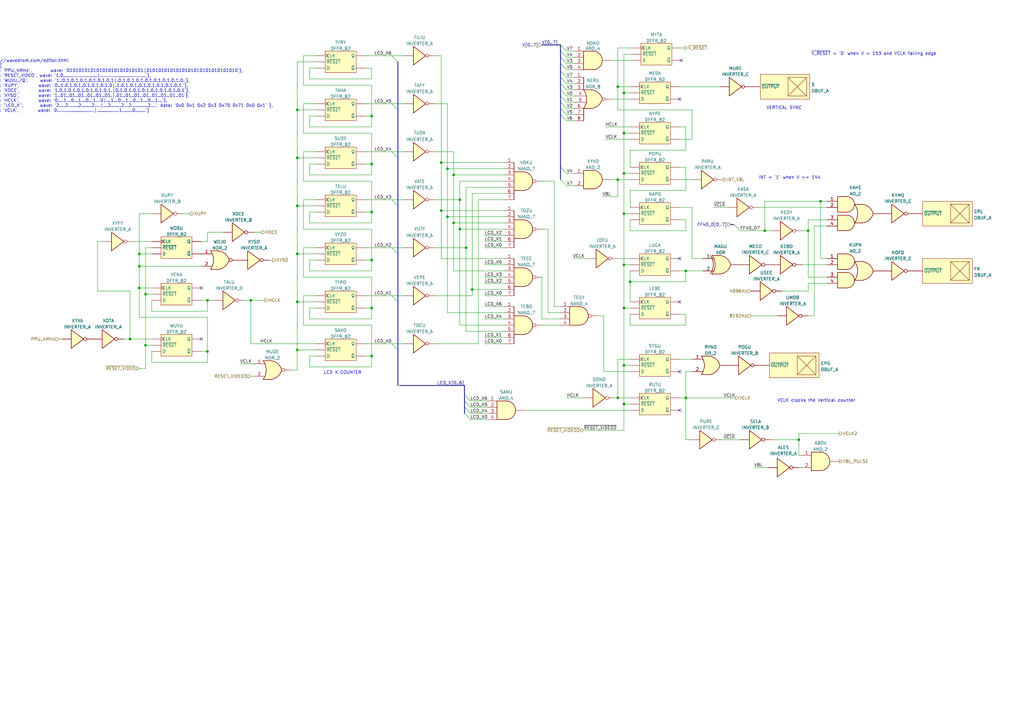
<source format=kicad_sch>
(kicad_sch (version 20211123) (generator eeschema)
  (paper "A3")
  (title_block (title "DMG CPU B") (date "2022-05-19") (rev "0") (company "CC-BY-SA-4.0 Régis Galland & Michael Singer -- Derived work from Furrtek") (comment 1 "https://github.com/msinger/dmg-schematics"))
  (lib_symbols
    (symbol "DMG_CPU_Cells:AND_2" (pin_names hide)
      (property "Reference" "U" (at 0 5.08 0))
      (property "Value" "AND_2" (at 0 -5.08 0))
      (symbol "AND_2_1_1"
        (pin input line (at -7.62 2.54 0) (length 3.81) (name "~") (number "1"))
        (pin input line (at -7.62 -2.54 0) (length 3.81) (name "~") (number "2"))
        (pin output line (at 7.62 0 180) (length 3.81) (name "~") (number "3"))
      )
    )
    (symbol "DMG_CPU_Cells:AND_4" (pin_names hide)
      (property "Reference" "U" (at 0 5.08 0))
      (property "Value" "AND_4" (at 0 -5.08 0))
      (symbol "AND_4_1_1"
        (pin input line (at -7.62 3.81 0) (length 3.81) (name "~") (number "1"))
        (pin input line (at -7.62 1.27 0) (length 3.81) (name "~") (number "2"))
        (pin input line (at -7.62 -1.27 0) (length 3.81) (name "~") (number "3"))
        (pin input line (at -7.62 -3.81 0) (length 3.81) (name "~") (number "4"))
        (pin output line (at 7.62 0 180) (length 3.81) (name "~") (number "5"))
      )
    )
    (symbol "DMG_CPU_Cells:AO_2" (pin_names hide)
      (property "Reference" "U" (at 0 8.255 0))
      (property "Value" "AO_2" (at 0 -8.255 0))
      (symbol "AO_2_1_1"
        (pin input line (at -11.43 5.08 0) (length 4.3) (name "~") (number "1"))
        (pin input line (at -11.43 2.54 0) (length 4.3) (name "~") (number "2"))
        (pin input line (at -11.43 -2.54 0) (length 4.3) (name "~") (number "3"))
        (pin input line (at -11.43 -5.08 0) (length 4.3) (name "~") (number "4"))
        (pin output line (at 11.43 0 180) (length 3.81) (name "~") (number "5"))
      )
    )
    (symbol "DMG_CPU_Cells:DFFR_B2" (pin_numbers hide)
      (property "Reference" "U" (at 0 5.715 0))
      (property "Value" "DFFR_B2" (at 0 -5.715 0))
      (symbol "DFFR_B2_1_1"
        (pin input clock (at -10.16 2.54 0) (length 3.81) (name "CLK") (number "1"))
        (pin input line (at -10.16 0 0) (length 3.81) (name "~{RESET}") (number "2"))
        (pin input line (at -10.16 -2.54 0) (length 3.81) (name "D") (number "3"))
        (pin input line (at -10.16 0 0) (length 3.81) hide (name "~{RESET}") (number "4"))
        (pin output line (at 10.16 -2.54 180) (length 3.81) (name "~{Q}") (number "5"))
        (pin output line (at 10.16 2.54 180) (length 3.81) (name "Q") (number "6"))
      )
    )
    (symbol "DMG_CPU_Cells:INVERTER_A" (pin_numbers hide) (pin_names hide)
      (property "Reference" "U?" (at 0 5.08 0))
      (property "Value" "INVERTER_A" (at 0 -5.08 0))
      (symbol "INVERTER_A_1_0"
        (pin input line (at -6.35 0 0) (length 3.81) (name "~") (number "1"))
        (pin output inverted (at 6.35 0 180) (length 3.81) (name "~") (number "2"))
      )
    )
    (symbol "DMG_CPU_Cells:INVERTER_B" (pin_numbers hide) (pin_names hide)
      (property "Reference" "U?" (at 0 5.08 0))
      (property "Value" "INVERTER_B" (at 0 -5.08 0))
      (symbol "INVERTER_B_1_0"
        (pin input line (at -6.35 0 0) (length 3.81) (name "~") (number "1"))
        (pin output inverted (at 6.35 0 180) (length 3.81) (name "~") (number "2"))
      )
    )
    (symbol "DMG_CPU_Cells:INVERTER_C" (pin_numbers hide) (pin_names hide)
      (property "Reference" "U?" (at 0 5.08 0))
      (property "Value" "INVERTER_C" (at 0 -5.08 0))
      (symbol "INVERTER_C_1_0"
        (pin input line (at -6.35 0 0) (length 3.81) (name "~") (number "1"))
        (pin output inverted (at 6.35 0 180) (length 3.81) (name "~") (number "2"))
      )
    )
    (symbol "DMG_CPU_Cells:INVERTER_D" (pin_numbers hide) (pin_names hide)
      (property "Reference" "U?" (at 0 5.08 0))
      (property "Value" "INVERTER_D" (at 0 -5.08 0))
      (symbol "INVERTER_D_1_0"
        (pin input line (at -6.35 0 0) (length 3.81) (name "~") (number "1"))
        (pin output inverted (at 6.35 0 180) (length 3.81) (name "~") (number "2"))
      )
    )
    (symbol "DMG_CPU_Cells:NAND_4" (pin_names hide)
      (property "Reference" "U" (at 0 5.08 0))
      (property "Value" "NAND_4" (at 0 -5.08 0))
      (symbol "NAND_4_1_1"
        (pin input line (at -7.62 3.81 0) (length 3.81) (name "~") (number "1"))
        (pin input line (at -7.62 1.27 0) (length 3.81) (name "~") (number "2"))
        (pin input line (at -7.62 -1.27 0) (length 3.81) (name "~") (number "3"))
        (pin input line (at -7.62 -3.81 0) (length 3.81) (name "~") (number "4"))
        (pin output inverted (at 7.62 0 180) (length 3.81) (name "~") (number "5"))
      )
    )
    (symbol "DMG_CPU_Cells:NAND_7" (pin_names hide)
      (property "Reference" "U" (at 0 8.89 0))
      (property "Value" "NAND_7" (at 0 -8.89 0))
      (symbol "NAND_7_1_1"
        (pin input line (at -7.62 7.62 0) (length 3.81) (name "~") (number "1"))
        (pin input line (at -7.62 5.08 0) (length 3.81) (name "~") (number "2"))
        (pin input line (at -7.62 2.54 0) (length 3.81) (name "~") (number "3"))
        (pin input line (at -7.62 0 0) (length 3.81) (name "~") (number "4"))
        (pin input line (at -7.62 -2.54 0) (length 3.81) (name "~") (number "5"))
        (pin input line (at -7.62 -5.08 0) (length 3.81) (name "~") (number "6"))
        (pin input line (at -7.62 -7.62 0) (length 3.81) (name "~") (number "7"))
        (pin output inverted (at 7.62 0 180) (length 3.81) (name "~") (number "8"))
      )
    )
    (symbol "DMG_CPU_Cells:NOR_2" (pin_names hide)
      (property "Reference" "U" (at 0 5.08 0))
      (property "Value" "NOR_2" (at 0 -5.08 0))
      (symbol "NOR_2_1_1"
        (pin input line (at -7.62 2.54 0) (length 4.4) (name "~") (number "1"))
        (pin input line (at -7.62 -2.54 0) (length 4.4) (name "~") (number "2"))
        (pin output inverted (at 7.62 0 180) (length 3.81) (name "~") (number "3"))
      )
    )
    (symbol "DMG_CPU_Cells:NOR_8" (pin_names hide)
      (property "Reference" "U" (at 0 10.16 0))
      (property "Value" "NOR_8" (at 0 -10.16 0))
      (symbol "NOR_8_1_1"
        (pin input line (at -7.62 8.89 0) (length 3.81) (name "~") (number "1"))
        (pin input line (at -7.62 6.35 0) (length 3.81) (name "~") (number "2"))
        (pin input line (at -7.62 3.81 0) (length 3.81) (name "~") (number "3"))
        (pin input line (at -7.62 1.27 0) (length 4.8) (name "~") (number "4"))
        (pin input line (at -7.62 -1.27 0) (length 4.8) (name "~") (number "5"))
        (pin input line (at -7.62 -3.81 0) (length 3.81) (name "~") (number "6"))
        (pin input line (at -7.62 -6.35 0) (length 3.81) (name "~") (number "7"))
        (pin input line (at -7.62 -8.89 0) (length 3.81) (name "~") (number "8"))
        (pin output inverted (at 7.62 0 180) (length 3.81) (name "~") (number "9"))
      )
    )
    (symbol "DMG_CPU_Cells:OBUF_A" (pin_numbers hide)
      (property "Reference" "U" (at 0 6.35 0))
      (property "Value" "OBUF_A" (at 0 -6.35 0))
      (symbol "OBUF_A_1_1"
        (pin input line (at 13.97 0 180) (length 3.81) (name "~{OUTPUT}") (number "1"))
      )
    )
    (symbol "DMG_CPU_Cells:OR_2" (pin_names hide)
      (property "Reference" "U" (at 0 5.08 0))
      (property "Value" "OR_2" (at 0 -5.08 0))
      (symbol "OR_2_1_1"
        (pin input line (at -7.62 2.54 0) (length 4.4) (name "~") (number "1"))
        (pin input line (at -7.62 -2.54 0) (length 4.4) (name "~") (number "2"))
        (pin output line (at 7.62 0 180) (length 3.81) (name "~") (number "3"))
      )
    )
    (symbol "DMG_CPU_Cells:XOR" (pin_numbers hide) (pin_names (offset 0))
      (property "Reference" "U" (at 0 5.08 0))
      (property "Value" "XOR" (at 0 -5.08 0))
      (symbol "XOR_1_1"
        (pin output line (at 7.62 0 180) (length 3.81) (name "~") (number "1"))
        (pin input line (at -7.62 2.54 0) (length 4.4) (name "1") (number "2"))
        (pin input line (at -7.62 -2.54 0) (length 4.4) (name "2") (number "3"))
      )
    )
  )
  (junction (at 255.905 149.86))
  (junction (at 188.595 81.915))
  (junction (at 336.55 82.55))
  (junction (at 59.69 120.65))
  (junction (at 180.975 86.36))
  (junction (at 102.87 123.19))
  (junction (at 258.445 115.57))
  (junction (at 186.055 71.755))
  (junction (at 152.4 126.365))
  (junction (at 255.905 54.61))
  (junction (at 121.92 143.51))
  (junction (at 331.47 94.615))
  (junction (at 253.365 73.66))
  (junction (at 255.905 38.1))
  (junction (at 188.595 93.98))
  (junction (at 255.905 165.735))
  (junction (at 255.905 71.12))
  (junction (at 85.09 144.145))
  (junction (at 191.135 101.6))
  (junction (at 121.92 45.085))
  (junction (at 152.4 67.31))
  (junction (at 253.365 163.195))
  (junction (at 313.69 94.615))
  (junction (at 255.905 126.365))
  (junction (at 193.675 118.745))
  (junction (at 57.15 104.14))
  (junction (at 121.92 84.455))
  (junction (at 121.92 104.14))
  (junction (at 57.15 118.11))
  (junction (at 85.09 123.19))
  (junction (at 121.92 64.77))
  (junction (at 152.4 47.625))
  (junction (at 152.4 86.995))
  (junction (at 253.365 35.56))
  (junction (at 186.055 91.44))
  (junction (at 183.515 69.215))
  (junction (at 57.15 109.22))
  (junction (at 53.34 139.065))
  (junction (at 152.4 106.68))
  (junction (at 180.975 66.675))
  (junction (at 327.66 180.34))
  (junction (at 121.92 123.825))
  (junction (at 183.515 88.9))
  (junction (at 255.905 108.585))
  (junction (at 255.905 87.63))
  (junction (at 59.69 141.605))
  (junction (at 281.305 163.195))
  (junction (at 281.305 111.125))
  (junction (at 152.4 146.05))
  (no_connect (at 278.765 152.4))
  (no_connect (at 82.55 139.065))
  (no_connect (at 279.4 24.765))
  (no_connect (at 278.765 106.045))
  (no_connect (at 278.765 123.825))
  (no_connect (at 278.765 40.64))
  (no_connect (at 82.55 118.11))
  (no_connect (at 278.765 168.275))
  (bus_entry (at 160.655 81.915) (size 2.54 2.54))
  (bus_entry (at 229.87 44.45) (size 2.54 2.54))
  (bus_entry (at 229.87 41.91) (size 2.54 2.54))
  (bus_entry (at 229.87 18.415) (size 2.54 2.54))
  (bus_entry (at 229.87 20.955) (size 2.54 2.54))
  (bus_entry (at 229.87 23.495) (size 2.54 2.54))
  (bus_entry (at 229.87 26.035) (size 2.54 2.54))
  (bus_entry (at 229.87 29.21) (size 2.54 2.54))
  (bus_entry (at 229.87 31.75) (size 2.54 2.54))
  (bus_entry (at 229.87 34.29) (size 2.54 2.54))
  (bus_entry (at 229.87 36.83) (size 2.54 2.54))
  (bus_entry (at 229.87 39.37) (size 2.54 2.54))
  (bus_entry (at 229.87 73.66) (size 2.54 2.54))
  (bus_entry (at 160.655 140.97) (size 2.54 2.54))
  (bus_entry (at 160.655 101.6) (size 2.54 2.54))
  (bus_entry (at 190.5 169.545) (size 2.54 2.54))
  (bus_entry (at 190.5 164.465) (size 2.54 2.54))
  (bus_entry (at 190.5 161.925) (size 2.54 2.54))
  (bus_entry (at 190.5 167.005) (size 2.54 2.54))
  (bus_entry (at 160.655 121.285) (size 2.54 2.54))
  (bus_entry (at 300.99 92.075) (size 2.54 2.54))
  (bus_entry (at 160.655 22.86) (size 2.54 2.54))
  (bus_entry (at 229.87 68.58) (size 2.54 2.54))
  (bus_entry (at 160.655 62.23) (size 2.54 2.54))
  (bus_entry (at 160.655 42.545) (size 2.54 2.54))
  (bus_entry (at 229.87 46.99) (size 2.54 2.54))
  (wire (pts (xy 191.135 135.89) (xy 191.135 101.6)))
  (wire (pts (xy 124.46 121.285) (xy 129.54 121.285)))
  (wire (pts (xy 247.65 152.4) (xy 247.65 129.54)))
  (wire (pts (xy 198.755 101.6) (xy 207.01 101.6)))
  (wire (pts (xy 129.54 27.94) (xy 127 27.94)))
  (wire (pts (xy 129.54 81.915) (xy 124.46 81.915)))
  (wire (pts (xy 124.46 22.86) (xy 129.54 22.86)))
  (wire (pts (xy 121.92 151.765) (xy 119.38 151.765)))
  (wire (pts (xy 253.365 19.685) (xy 259.08 19.685)))
  (wire (pts (xy 180.975 106.045) (xy 207.01 106.045)))
  (bus (pts (xy 163.195 143.51) (xy 163.195 158.115)))
  (wire (pts (xy 57.15 130.175) (xy 85.09 130.175)))
  (wire (pts (xy 313.69 94.615) (xy 316.23 94.615)))
  (bus (pts (xy 229.87 44.45) (xy 229.87 46.99)))
  (wire (pts (xy 207.01 69.215) (xy 183.515 69.215)))
  (wire (pts (xy 232.41 23.495) (xy 235.585 23.495)))
  (wire (pts (xy 152.4 133.35) (xy 152.4 146.05)))
  (wire (pts (xy 62.23 148.59) (xy 85.09 148.59)))
  (wire (pts (xy 247.015 80.645) (xy 253.365 80.645)))
  (wire (pts (xy 198.755 113.665) (xy 207.01 113.665)))
  (wire (pts (xy 232.41 34.29) (xy 235.585 34.29)))
  (wire (pts (xy 149.86 62.23) (xy 160.655 62.23)))
  (wire (pts (xy 258.445 111.125) (xy 258.445 115.57)))
  (wire (pts (xy 193.04 167.005) (xy 200.025 167.005)))
  (wire (pts (xy 124.46 113.665) (xy 152.4 113.665)))
  (wire (pts (xy 152.4 93.98) (xy 152.4 106.68)))
  (wire (pts (xy 258.445 94.615) (xy 258.445 90.17)))
  (wire (pts (xy 198.755 138.43) (xy 207.01 138.43)))
  (wire (pts (xy 129.54 146.05) (xy 127 146.05)))
  (wire (pts (xy 62.23 123.19) (xy 62.23 127.635)))
  (wire (pts (xy 62.23 104.14) (xy 57.15 104.14)))
  (wire (pts (xy 316.23 180.34) (xy 327.66 180.34)))
  (wire (pts (xy 160.655 42.545) (xy 165.735 42.545)))
  (wire (pts (xy 57.15 104.14) (xy 57.15 109.22)))
  (wire (pts (xy 283.21 180.34) (xy 281.305 180.34)))
  (wire (pts (xy 40.005 119.38) (xy 40.005 99.06)))
  (wire (pts (xy 160.655 22.86) (xy 165.735 22.86)))
  (wire (pts (xy 232.41 49.53) (xy 235.585 49.53)))
  (wire (pts (xy 278.765 163.195) (xy 281.305 163.195)))
  (wire (pts (xy 188.595 93.98) (xy 207.01 93.98)))
  (wire (pts (xy 127 106.68) (xy 127 111.125)))
  (wire (pts (xy 198.755 125.73) (xy 207.01 125.73)))
  (wire (pts (xy 191.135 76.835) (xy 191.135 101.6)))
  (wire (pts (xy 258.445 87.63) (xy 255.905 87.63)))
  (wire (pts (xy 183.515 42.545) (xy 183.515 69.215)))
  (wire (pts (xy 250.825 24.765) (xy 259.08 24.765)))
  (wire (pts (xy 232.41 31.75) (xy 235.585 31.75)))
  (bus (pts (xy 229.87 39.37) (xy 229.87 41.91)))
  (wire (pts (xy 127 111.125) (xy 152.4 111.125)))
  (wire (pts (xy 178.435 62.23) (xy 186.055 62.23)))
  (wire (pts (xy 59.69 101.6) (xy 62.23 101.6)))
  (wire (pts (xy 255.905 165.735) (xy 255.905 176.53)))
  (bus (pts (xy 300.99 92.075) (xy 299.72 92.075)))
  (wire (pts (xy 102.87 154.305) (xy 104.14 154.305)))
  (wire (pts (xy 253.365 19.685) (xy 253.365 35.56)))
  (wire (pts (xy 258.445 128.905) (xy 258.445 133.35)))
  (bus (pts (xy 229.87 26.035) (xy 229.87 29.21)))
  (wire (pts (xy 186.055 71.755) (xy 186.055 91.44)))
  (wire (pts (xy 180.975 66.675) (xy 207.01 66.675)))
  (wire (pts (xy 331.47 119.38) (xy 320.675 119.38)))
  (wire (pts (xy 124.46 62.23) (xy 129.54 62.23)))
  (wire (pts (xy 278.765 73.66) (xy 283.845 73.66)))
  (wire (pts (xy 85.09 148.59) (xy 85.09 144.145)))
  (wire (pts (xy 255.905 126.365) (xy 255.905 108.585)))
  (wire (pts (xy 255.905 38.1) (xy 255.905 54.61)))
  (wire (pts (xy 255.905 165.735) (xy 255.905 149.86)))
  (wire (pts (xy 85.09 95.25) (xy 85.09 99.06)))
  (wire (pts (xy 127 146.05) (xy 127 150.495)))
  (wire (pts (xy 129.54 47.625) (xy 127 47.625)))
  (wire (pts (xy 336.55 82.55) (xy 336.55 106.045)))
  (wire (pts (xy 191.135 135.89) (xy 207.01 135.89)))
  (wire (pts (xy 127 126.365) (xy 127 130.81)))
  (wire (pts (xy 129.54 67.31) (xy 127 67.31)))
  (wire (pts (xy 327.66 186.69) (xy 328.93 186.69)))
  (wire (pts (xy 121.92 64.77) (xy 129.54 64.77)))
  (wire (pts (xy 309.245 191.77) (xy 314.96 191.77)))
  (wire (pts (xy 127 47.625) (xy 127 52.07)))
  (wire (pts (xy 110.49 106.68) (xy 111.76 106.68)))
  (wire (pts (xy 152.4 126.365) (xy 149.86 126.365)))
  (wire (pts (xy 53.34 139.065) (xy 53.34 119.38)))
  (wire (pts (xy 152.4 34.925) (xy 152.4 47.625)))
  (wire (pts (xy 124.46 62.23) (xy 124.46 74.295)))
  (wire (pts (xy 255.905 87.63) (xy 255.905 108.585)))
  (wire (pts (xy 127 130.81) (xy 152.4 130.81)))
  (wire (pts (xy 232.41 28.575) (xy 235.585 28.575)))
  (wire (pts (xy 160.655 121.285) (xy 165.735 121.285)))
  (wire (pts (xy 124.46 133.35) (xy 152.4 133.35)))
  (wire (pts (xy 193.675 79.375) (xy 193.675 118.745)))
  (wire (pts (xy 91.44 95.25) (xy 85.09 95.25)))
  (wire (pts (xy 334.01 129.54) (xy 331.47 129.54)))
  (wire (pts (xy 283.845 152.4) (xy 281.305 152.4)))
  (wire (pts (xy 222.25 93.98) (xy 224.79 93.98)))
  (wire (pts (xy 191.135 76.835) (xy 207.01 76.835)))
  (wire (pts (xy 85.09 127.635) (xy 85.09 123.19)))
  (wire (pts (xy 62.23 127.635) (xy 85.09 127.635)))
  (wire (pts (xy 178.435 101.6) (xy 191.135 101.6)))
  (bus (pts (xy 229.87 29.21) (xy 229.87 31.75)))
  (wire (pts (xy 193.04 169.545) (xy 200.025 169.545)))
  (wire (pts (xy 258.445 61.595) (xy 281.305 61.595)))
  (wire (pts (xy 303.53 94.615) (xy 313.69 94.615)))
  (wire (pts (xy 281.305 152.4) (xy 281.305 163.195)))
  (wire (pts (xy 124.46 42.545) (xy 124.46 54.61)))
  (wire (pts (xy 180.975 86.36) (xy 207.01 86.36)))
  (wire (pts (xy 278.765 35.56) (xy 295.275 35.56)))
  (wire (pts (xy 121.92 104.14) (xy 129.54 104.14)))
  (wire (pts (xy 57.15 109.22) (xy 57.15 118.11)))
  (wire (pts (xy 124.46 81.915) (xy 124.46 93.98)))
  (wire (pts (xy 331.47 94.615) (xy 328.93 94.615)))
  (wire (pts (xy 339.09 82.55) (xy 336.55 82.55)))
  (wire (pts (xy 207.01 133.35) (xy 188.595 133.35)))
  (wire (pts (xy 149.86 140.97) (xy 160.655 140.97)))
  (wire (pts (xy 57.15 87.63) (xy 62.23 87.63)))
  (wire (pts (xy 198.755 140.97) (xy 207.01 140.97)))
  (bus (pts (xy 229.87 41.91) (xy 229.87 44.45)))
  (wire (pts (xy 222.25 130.81) (xy 229.87 130.81)))
  (wire (pts (xy 127 126.365) (xy 129.54 126.365)))
  (wire (pts (xy 127 150.495) (xy 152.4 150.495)))
  (wire (pts (xy 255.905 108.585) (xy 258.445 108.585)))
  (wire (pts (xy 152.4 91.44) (xy 152.4 86.995)))
  (wire (pts (xy 152.4 71.755) (xy 152.4 67.31)))
  (wire (pts (xy 59.69 120.65) (xy 59.69 141.605)))
  (wire (pts (xy 102.87 123.19) (xy 108.585 123.19)))
  (wire (pts (xy 227.33 74.295) (xy 222.25 74.295)))
  (wire (pts (xy 85.09 123.19) (xy 82.55 123.19)))
  (bus (pts (xy 163.195 64.77) (xy 163.195 45.085)))
  (wire (pts (xy 281.305 180.34) (xy 281.305 163.195)))
  (wire (pts (xy 253.365 35.56) (xy 258.445 35.56)))
  (wire (pts (xy 331.47 116.205) (xy 331.47 119.38)))
  (wire (pts (xy 121.92 104.14) (xy 121.92 123.825)))
  (wire (pts (xy 232.41 36.83) (xy 235.585 36.83)))
  (wire (pts (xy 57.15 104.14) (xy 57.15 87.63)))
  (wire (pts (xy 180.975 22.86) (xy 180.975 66.675)))
  (wire (pts (xy 82.55 109.22) (xy 57.15 109.22)))
  (wire (pts (xy 279.4 19.685) (xy 280.67 19.685)))
  (wire (pts (xy 127 86.995) (xy 127 91.44)))
  (wire (pts (xy 149.86 101.6) (xy 160.655 101.6)))
  (wire (pts (xy 124.46 74.295) (xy 152.4 74.295)))
  (wire (pts (xy 127 91.44) (xy 152.4 91.44)))
  (wire (pts (xy 253.365 73.66) (xy 253.365 80.645)))
  (wire (pts (xy 313.69 94.615) (xy 313.69 82.55)))
  (bus (pts (xy 229.87 31.75) (xy 229.87 34.29)))
  (wire (pts (xy 281.305 52.07) (xy 278.765 52.07)))
  (wire (pts (xy 250.825 73.66) (xy 253.365 73.66)))
  (wire (pts (xy 339.09 92.71) (xy 334.01 92.71)))
  (wire (pts (xy 152.4 111.125) (xy 152.4 106.68)))
  (wire (pts (xy 258.445 40.64) (xy 250.825 40.64)))
  (wire (pts (xy 127 106.68) (xy 129.54 106.68)))
  (wire (pts (xy 193.04 172.085) (xy 200.025 172.085)))
  (wire (pts (xy 258.445 133.35) (xy 281.305 133.35)))
  (wire (pts (xy 255.905 71.12) (xy 255.905 87.63)))
  (wire (pts (xy 121.92 25.4) (xy 121.92 45.085)))
  (wire (pts (xy 124.46 22.86) (xy 124.46 34.925)))
  (wire (pts (xy 252.095 163.195) (xy 253.365 163.195)))
  (wire (pts (xy 327.66 177.8) (xy 344.17 177.8)))
  (wire (pts (xy 188.595 74.295) (xy 188.595 81.915)))
  (bus (pts (xy 190.5 161.925) (xy 190.5 158.115)))
  (wire (pts (xy 100.33 123.19) (xy 102.87 123.19)))
  (wire (pts (xy 50.8 139.065) (xy 53.34 139.065)))
  (wire (pts (xy 186.055 71.755) (xy 207.01 71.755)))
  (wire (pts (xy 253.365 106.045) (xy 258.445 106.045)))
  (wire (pts (xy 258.445 115.57) (xy 281.305 115.57)))
  (wire (pts (xy 183.515 88.9) (xy 207.01 88.9)))
  (wire (pts (xy 198.755 99.06) (xy 207.01 99.06)))
  (wire (pts (xy 278.765 147.32) (xy 283.845 147.32)))
  (wire (pts (xy 152.4 54.61) (xy 152.4 67.31)))
  (wire (pts (xy 234.95 106.045) (xy 240.665 106.045)))
  (wire (pts (xy 232.41 20.955) (xy 235.585 20.955)))
  (wire (pts (xy 121.92 123.825) (xy 121.92 143.51)))
  (wire (pts (xy 232.41 44.45) (xy 235.585 44.45)))
  (wire (pts (xy 331.47 113.665) (xy 331.47 94.615)))
  (wire (pts (xy 152.4 150.495) (xy 152.4 146.05)))
  (wire (pts (xy 121.92 25.4) (xy 129.54 25.4)))
  (wire (pts (xy 258.445 85.09) (xy 258.445 78.105)))
  (wire (pts (xy 278.765 90.17) (xy 281.305 90.17)))
  (wire (pts (xy 178.435 22.86) (xy 180.975 22.86)))
  (wire (pts (xy 198.755 116.205) (xy 207.01 116.205)))
  (wire (pts (xy 232.41 41.91) (xy 235.585 41.91)))
  (wire (pts (xy 339.09 90.17) (xy 331.47 90.17)))
  (wire (pts (xy 255.905 176.53) (xy 239.395 176.53)))
  (wire (pts (xy 328.93 108.585) (xy 339.09 108.585)))
  (wire (pts (xy 57.15 118.11) (xy 57.15 130.175)))
  (wire (pts (xy 85.09 130.175) (xy 85.09 144.145)))
  (wire (pts (xy 327.66 177.8) (xy 327.66 180.34)))
  (bus (pts (xy 190.5 167.005) (xy 190.5 169.545)))
  (wire (pts (xy 180.975 66.675) (xy 180.975 86.36)))
  (wire (pts (xy 160.655 62.23) (xy 165.735 62.23)))
  (wire (pts (xy 186.055 62.23) (xy 186.055 71.755)))
  (wire (pts (xy 152.4 74.295) (xy 152.4 86.995)))
  (wire (pts (xy 248.285 57.15) (xy 258.445 57.15)))
  (bus (pts (xy 163.195 143.51) (xy 163.195 123.825)))
  (wire (pts (xy 127 27.94) (xy 127 32.385)))
  (bus (pts (xy 229.87 34.29) (xy 229.87 36.83)))
  (wire (pts (xy 281.305 68.58) (xy 281.305 78.105)))
  (wire (pts (xy 127 71.755) (xy 152.4 71.755)))
  (wire (pts (xy 121.92 64.77) (xy 121.92 84.455)))
  (wire (pts (xy 102.87 140.97) (xy 129.54 140.97)))
  (wire (pts (xy 198.755 108.585) (xy 207.01 108.585)))
  (wire (pts (xy 149.86 42.545) (xy 160.655 42.545)))
  (wire (pts (xy 253.365 163.195) (xy 258.445 163.195)))
  (wire (pts (xy 334.01 129.54) (xy 334.01 92.71)))
  (wire (pts (xy 152.4 67.31) (xy 149.86 67.31)))
  (wire (pts (xy 129.54 86.995) (xy 127 86.995)))
  (wire (pts (xy 124.46 54.61) (xy 152.4 54.61)))
  (wire (pts (xy 40.005 99.06) (xy 41.91 99.06)))
  (wire (pts (xy 222.25 130.81) (xy 222.25 113.665)))
  (wire (pts (xy 253.365 45.085) (xy 283.845 45.085)))
  (wire (pts (xy 127 67.31) (xy 127 71.755)))
  (wire (pts (xy 207.01 118.745) (xy 193.675 118.745)))
  (wire (pts (xy 178.435 81.915) (xy 188.595 81.915)))
  (wire (pts (xy 124.46 42.545) (xy 129.54 42.545)))
  (wire (pts (xy 85.09 123.19) (xy 87.63 123.19)))
  (wire (pts (xy 207.01 74.295) (xy 188.595 74.295)))
  (bus (pts (xy 229.87 46.99) (xy 229.87 68.58)))
  (bus (pts (xy 163.195 84.455) (xy 163.195 64.77)))
  (bus (pts (xy 190.5 158.115) (xy 163.83 158.115)))
  (wire (pts (xy 121.92 143.51) (xy 121.92 151.765)))
  (wire (pts (xy 207.01 79.375) (xy 193.675 79.375)))
  (wire (pts (xy 258.445 147.32) (xy 253.365 147.32)))
  (wire (pts (xy 283.845 45.085) (xy 283.845 57.15)))
  (wire (pts (xy 281.305 115.57) (xy 281.305 111.125)))
  (wire (pts (xy 224.79 128.27) (xy 229.87 128.27)))
  (wire (pts (xy 281.305 111.125) (xy 278.765 111.125)))
  (wire (pts (xy 298.45 85.09) (xy 292.735 85.09)))
  (wire (pts (xy 339.09 106.045) (xy 336.55 106.045)))
  (wire (pts (xy 232.41 26.035) (xy 235.585 26.035)))
  (wire (pts (xy 327.66 180.34) (xy 327.66 186.69)))
  (wire (pts (xy 232.41 163.195) (xy 239.395 163.195)))
  (wire (pts (xy 281.305 68.58) (xy 278.765 68.58)))
  (wire (pts (xy 258.445 78.105) (xy 281.305 78.105)))
  (wire (pts (xy 152.4 106.68) (xy 149.86 106.68)))
  (wire (pts (xy 160.655 81.915) (xy 165.735 81.915)))
  (wire (pts (xy 53.34 119.38) (xy 40.005 119.38)))
  (wire (pts (xy 278.765 57.15) (xy 283.845 57.15)))
  (wire (pts (xy 281.305 133.35) (xy 281.305 128.905)))
  (wire (pts (xy 121.92 123.825) (xy 129.54 123.825)))
  (wire (pts (xy 121.92 143.51) (xy 129.54 143.51)))
  (wire (pts (xy 152.4 52.07) (xy 152.4 47.625)))
  (wire (pts (xy 248.285 52.07) (xy 258.445 52.07)))
  (wire (pts (xy 196.215 81.915) (xy 196.215 140.97)))
  (wire (pts (xy 124.46 101.6) (xy 129.54 101.6)))
  (wire (pts (xy 85.09 99.06) (xy 82.55 99.06)))
  (bus (pts (xy 190.5 161.925) (xy 190.5 164.465)))
  (wire (pts (xy 121.92 84.455) (xy 121.92 104.14)))
  (bus (pts (xy 222.25 18.415) (xy 229.87 18.415)))
  (wire (pts (xy 281.305 111.125) (xy 288.29 111.125)))
  (wire (pts (xy 178.435 140.97) (xy 196.215 140.97)))
  (wire (pts (xy 255.905 126.365) (xy 255.905 149.86)))
  (wire (pts (xy 149.86 121.285) (xy 160.655 121.285)))
  (wire (pts (xy 295.91 180.34) (xy 303.53 180.34)))
  (wire (pts (xy 54.61 99.06) (xy 62.23 99.06)))
  (wire (pts (xy 124.46 93.98) (xy 152.4 93.98)))
  (wire (pts (xy 253.365 73.66) (xy 258.445 73.66)))
  (wire (pts (xy 255.905 38.1) (xy 258.445 38.1)))
  (wire (pts (xy 339.09 116.205) (xy 331.47 116.205)))
  (bus (pts (xy 163.195 45.085) (xy 163.195 25.4)))
  (wire (pts (xy 258.445 115.57) (xy 258.445 123.825)))
  (wire (pts (xy 127 52.07) (xy 152.4 52.07)))
  (bus (pts (xy 190.5 164.465) (xy 190.5 167.005)))
  (wire (pts (xy 127 32.385) (xy 152.4 32.385)))
  (wire (pts (xy 278.765 85.09) (xy 283.845 85.09)))
  (bus (pts (xy 229.87 18.415) (xy 229.87 20.955)))
  (wire (pts (xy 102.87 123.19) (xy 102.87 140.97)))
  (bus (pts (xy 229.87 20.955) (xy 229.87 23.495)))
  (wire (pts (xy 186.055 91.44) (xy 186.055 111.125)))
  (wire (pts (xy 149.86 81.915) (xy 160.655 81.915)))
  (wire (pts (xy 198.755 130.81) (xy 207.01 130.81)))
  (wire (pts (xy 180.975 86.36) (xy 180.975 106.045)))
  (wire (pts (xy 59.69 141.605) (xy 62.23 141.605)))
  (wire (pts (xy 196.215 81.915) (xy 207.01 81.915)))
  (wire (pts (xy 124.46 34.925) (xy 152.4 34.925)))
  (wire (pts (xy 193.675 118.745) (xy 193.675 121.285)))
  (wire (pts (xy 281.305 163.195) (xy 301.625 163.195)))
  (wire (pts (xy 62.23 120.65) (xy 59.69 120.65)))
  (wire (pts (xy 258.445 71.12) (xy 255.905 71.12)))
  (wire (pts (xy 178.435 42.545) (xy 183.515 42.545)))
  (wire (pts (xy 152.4 146.05) (xy 149.86 146.05)))
  (wire (pts (xy 160.655 140.97) (xy 165.735 140.97)))
  (wire (pts (xy 339.09 113.665) (xy 331.47 113.665)))
  (wire (pts (xy 247.65 129.54) (xy 245.11 129.54)))
  (bus (pts (xy 229.87 68.58) (xy 229.87 73.66)))
  (wire (pts (xy 104.14 95.25) (xy 107.315 95.25)))
  (wire (pts (xy 188.595 81.915) (xy 188.595 93.98)))
  (wire (pts (xy 258.445 68.58) (xy 258.445 61.595)))
  (wire (pts (xy 152.4 47.625) (xy 149.86 47.625)))
  (wire (pts (xy 331.47 94.615) (xy 331.47 90.17)))
  (wire (pts (xy 152.4 130.81) (xy 152.4 126.365)))
  (wire (pts (xy 283.845 85.09) (xy 283.845 106.045)))
  (wire (pts (xy 318.77 129.54) (xy 307.975 129.54)))
  (wire (pts (xy 160.655 101.6) (xy 165.735 101.6)))
  (bus (pts (xy 163.195 104.14) (xy 163.195 84.455)))
  (wire (pts (xy 232.41 39.37) (xy 235.585 39.37)))
  (wire (pts (xy 253.365 147.32) (xy 253.365 163.195)))
  (bus (pts (xy 229.87 39.37) (xy 229.87 36.83)))
  (wire (pts (xy 59.69 120.65) (xy 59.69 101.6)))
  (wire (pts (xy 62.23 144.145) (xy 62.23 148.59)))
  (wire (pts (xy 232.41 76.2) (xy 235.585 76.2)))
  (wire (pts (xy 57.15 118.11) (xy 62.23 118.11)))
  (wire (pts (xy 198.755 121.285) (xy 207.01 121.285)))
  (wire (pts (xy 152.4 27.94) (xy 149.86 27.94)))
  (wire (pts (xy 186.055 91.44) (xy 207.01 91.44)))
  (wire (pts (xy 121.92 84.455) (xy 129.54 84.455)))
  (wire (pts (xy 124.46 101.6) (xy 124.46 113.665)))
  (wire (pts (xy 183.515 88.9) (xy 183.515 128.27)))
  (wire (pts (xy 229.87 125.73) (xy 227.33 125.73)))
  (wire (pts (xy 215.265 168.275) (xy 258.445 168.275)))
  (wire (pts (xy 193.04 164.465) (xy 200.025 164.465)))
  (wire (pts (xy 255.905 126.365) (xy 258.445 126.365)))
  (wire (pts (xy 121.92 45.085) (xy 121.92 64.77)))
  (wire (pts (xy 152.4 32.385) (xy 152.4 27.94)))
  (wire (pts (xy 152.4 86.995) (xy 149.86 86.995)))
  (wire (pts (xy 327.66 191.77) (xy 328.93 191.77)))
  (wire (pts (xy 53.34 139.065) (xy 62.23 139.065)))
  (wire (pts (xy 222.25 133.35) (xy 229.87 133.35)))
  (wire (pts (xy 149.86 22.86) (xy 160.655 22.86)))
  (wire (pts (xy 152.4 113.665) (xy 152.4 126.365)))
  (wire (pts (xy 57.15 151.13) (xy 59.69 151.13)))
  (wire (pts (xy 255.905 165.735) (xy 258.445 165.735)))
  (wire (pts (xy 255.905 22.225) (xy 255.905 38.1)))
  (wire (pts (xy 255.905 54.61) (xy 255.905 71.12)))
  (wire (pts (xy 311.15 85.09) (xy 339.09 85.09)))
  (bus (pts (xy 229.87 23.495) (xy 229.87 26.035)))
  (wire (pts (xy 255.905 149.86) (xy 258.445 149.86)))
  (wire (pts (xy 232.41 71.12) (xy 235.585 71.12)))
  (wire (pts (xy 188.595 93.98) (xy 188.595 133.35)))
  (wire (pts (xy 59.69 141.605) (xy 59.69 151.13)))
  (wire (pts (xy 82.55 144.145) (xy 85.09 144.145)))
  (wire (pts (xy 178.435 121.285) (xy 193.675 121.285)))
  (wire (pts (xy 247.65 152.4) (xy 258.445 152.4)))
  (wire (pts (xy 183.515 69.215) (xy 183.515 88.9)))
  (wire (pts (xy 227.33 125.73) (xy 227.33 74.295)))
  (wire (pts (xy 198.755 96.52) (xy 207.01 96.52)))
  (wire (pts (xy 281.305 128.905) (xy 278.765 128.905)))
  (wire (pts (xy 124.46 121.285) (xy 124.46 133.35)))
  (wire (pts (xy 183.515 128.27) (xy 207.01 128.27)))
  (wire (pts (xy 121.92 45.085) (xy 129.54 45.085)))
  (wire (pts (xy 281.305 94.615) (xy 258.445 94.615)))
  (wire (pts (xy 255.905 54.61) (xy 258.445 54.61)))
  (wire (pts (xy 224.79 93.98) (xy 224.79 128.27)))
  (wire (pts (xy 253.365 35.56) (xy 253.365 45.085)))
  (wire (pts (xy 281.305 61.595) (xy 281.305 52.07)))
  (wire (pts (xy 98.425 149.225) (xy 104.14 149.225)))
  (wire (pts (xy 186.055 111.125) (xy 207.01 111.125)))
  (wire (pts (xy 281.305 90.17) (xy 281.305 94.615)))
  (wire (pts (xy 24.13 139.065) (xy 25.4 139.065)))
  (wire (pts (xy 283.845 106.045) (xy 288.29 106.045)))
  (wire (pts (xy 255.905 22.225) (xy 259.08 22.225)))
  (wire (pts (xy 74.93 87.63) (xy 78.105 87.63)))
  (wire (pts (xy 336.55 82.55) (xy 313.69 82.55)))
  (wire (pts (xy 232.41 46.99) (xy 235.585 46.99)))
  (bus (pts (xy 163.195 123.825) (xy 163.195 104.14)))
  (text "~{V_RESET} = '0' when V = 153 and VCLK falling edge" (at 332.74 22.86 0) (effects (font (size 1.27 1.27)) (justify left bottom)))
  (text "VCLK clocks the Vertical counter" (at 318.77 165.1 0) (effects (font (size 1.27 1.27)) (justify left bottom)))
  (text "INT = '1' when V >= 144" (at 311.15 73.66 0) (effects (font (size 1.27 1.27)) (justify left bottom)))
  (text "VERTICAL SYNC" (at 314.325 45.085 0) (effects (font (size 1.27 1.27)) (justify left bottom)))
  (text "LCD X COUNTER" (at 132.715 153.67 0) (effects (font (size 1.27 1.27)) (justify left bottom)))
  (text "In https://wavedrom.com/editor.html\n{signal: [\n  {name: 'PPU_4MHz',        wave: '01010101010101010101010101|0101010101010101010101010101010'},\n  {name: 'RESET_VIDEO', wave: '1.0.......................|...............................'},\n  {name: 'WUVU./Q',     wave: '1..0.1.0.1.0.1.0.1.0.1.0.1|.0.1.0.1.0.1.0.1.0.1.0.1.0.1.0.'},\n  {name: 'XUPY',        wave: '0..1.0.1.0.1.0.1.0.1.0.1.0|.1.0.1.0.1.0.1.0.1.0.1.0.1.0.1.'},\n  {name: 'XOCE',        wave: '1.0.1.0.1.0.1.0.1.0.1.0.1.|0.1.0.1.0.1.0.1.0.1.0.1.0.1.0.1'},\n  {name: 'XYSO',        wave: '1..01..01..01..01..01..01.|.01..01..01..01..01..01..01..01'},\n  {name: 'HCLK',        wave: '0....1...0...1...0...1...0|...1...0...1...0...1...0...1...'},\n  {name: \"LCD_X\",       wave: '2....2.......2.......2....|...2.......2...2...........2...', data: '0x0 0x1 0x2 0x3 0x70 0x71 0x0 0x1' },\n  {name: 'VCLK',        wave: '0.........................|...............1.......0.......'}\n]}\n" (at -8.255 48.26 0) (effects (font (size 1.27 1.27)) (justify left bottom)))
  (label "LCD_X2" (at 198.755 116.205 0))
  (label "LCD_X4" (at 198.755 130.81 0))
  (label "V1" (at 232.41 41.91 0))
  (label "LCD_X6" (at 160.655 22.86 180))
  (label "~{VCLK}" (at 301.625 180.34 180))
  (label "LCD_X2" (at 198.755 96.52 0))
  (label "V4" (at 232.41 34.29 0))
  (label "FF40_D7" (at 303.53 94.615 0))
  (label "LCD_X0" (at 200.025 172.085 180))
  (label "VCLK" (at 248.285 57.15 0))
  (label "LCD_X5" (at 160.655 42.545 180))
  (label "V2" (at 232.41 44.45 0))
  (label "LCD_X1" (at 198.755 138.43 0))
  (label "V7" (at 232.41 20.955 0))
  (label "LCD_X1" (at 160.655 121.285 180))
  (label "~{VCLK}" (at 292.735 85.09 0))
  (label "LCD_X6" (at 198.755 125.73 0))
  (label "HCLK" (at 106.68 140.97 0))
  (label "LCD_X[0..6]" (at 190.5 158.115 180))
  (label "LCD_X3" (at 160.655 81.915 180))
  (label "VCLK" (at 98.425 149.225 0))
  (label "LCD_X1" (at 198.755 99.06 0))
  (label "V0" (at 232.41 28.575 0))
  (label "VCLK" (at 301.625 163.195 180))
  (label "LCD_X0" (at 198.755 140.97 0))
  (label "V3" (at 232.41 26.035 0))
  (label "V7" (at 232.41 76.2 0))
  (label "V[0..7]" (at 222.25 18.415 0))
  (label "HCLK" (at 232.41 163.195 0))
  (label "VBL" (at 247.015 80.645 0))
  (label "LCD_X3" (at 198.755 113.665 0))
  (label "V4" (at 232.41 23.495 0))
  (label "LCD_X4" (at 200.025 169.545 180))
  (label "VBL" (at 309.245 191.77 0))
  (label "LCD_X0" (at 198.755 101.6 0))
  (label "LCD_X0" (at 198.755 121.285 0))
  (label "LCD_X2" (at 160.655 101.6 180))
  (label "V5" (at 232.41 46.99 0))
  (label "V6" (at 232.41 49.53 0))
  (label "LCD_X5" (at 200.025 167.005 180))
  (label "V4" (at 232.41 71.12 0))
  (label "LCD_X5" (at 198.755 108.585 0))
  (label "VCLK" (at 234.95 106.045 0))
  (label "LCD_X6" (at 200.025 164.465 180))
  (label "LCD_X0" (at 160.655 140.97 180))
  (label "~{RESET_VIDEO2}" (at 239.395 176.53 0))
  (label "V7" (at 232.41 31.75 0))
  (label "LCD_X4" (at 160.655 62.23 180))
  (label "HCLK" (at 248.285 52.07 0))
  (label "V0" (at 232.41 39.37 0))
  (label "V3" (at 232.41 36.83 0))
  (hierarchical_label "4096Hz" (shape input) (at 307.975 119.38 180))
  (hierarchical_label "~{RESET_VIDEO}" (shape input) (at 57.15 151.13 180))
  (hierarchical_label "VCLK2" (shape output) (at 344.17 177.8 0))
  (hierarchical_label "8192Hz" (shape input) (at 307.975 129.54 180))
  (hierarchical_label "FF40_D[0..7]" (shape input) (at 299.72 92.075 180))
  (hierarchical_label "VBL_PULSE" (shape output) (at 344.17 189.23 0))
  (hierarchical_label "RESET_VIDEO3" (shape input) (at 102.87 154.305 180))
  (hierarchical_label "INT_VBL" (shape output) (at 296.545 73.66 0))
  (hierarchical_label "XOCE" (shape output) (at 107.315 95.25 0))
  (hierarchical_label "V[0..7]" (shape input) (at 222.25 18.415 180))
  (hierarchical_label "~{RESET_VIDEO2}" (shape input) (at 239.395 176.53 180))
  (hierarchical_label "HCLK" (shape output) (at 108.585 123.19 0))
  (hierarchical_label "XYSO" (shape output) (at 111.76 106.68 0))
  (hierarchical_label "~{V_RESET}" (shape output) (at 280.67 19.685 0))
  (hierarchical_label "VCLK" (shape output) (at 301.625 163.195 0))
  (hierarchical_label "PPU_4MHz" (shape input) (at 24.13 139.065 180))
  (hierarchical_label "XUPY" (shape output) (at 78.105 87.63 0))
  (symbol (lib_id "DMG_CPU_Cells:OR_2") (at 291.465 149.86 0) (unit 1)
    (property "Reference" "RYNO" (at 291.4648 142.3502 0))
    (property "Value" "OR_2" (at 291.4648 144.8871 0))
    (property "Datasheet" "http://iceboy.a-singer.de/doc/dmg_cells.html#or2" (effects hide))
  )
  (symbol (lib_id "DMG_CPU_Cells:OBUF_A") (at 388.62 111.125 0) (mirror y) (unit 1)
    (property "Reference" "FR" (at 399.415 110.2903 0) (effects (justify right)))
    (property "Value" "OBUF_A" (at 399.415 112.8272 0) (effects (justify right)))
    (property "Datasheet" "http://iceboy.a-singer.de/doc/dmg_cells.html#obuf_a" (effects hide))
  )
  (symbol (lib_id "DMG_CPU_Cells:INVERTER_A") (at 172.085 81.915 0) (unit 1)
    (property "Reference" "VATE" (at 172.085 74.4052 0))
    (property "Value" "INVERTER_A" (at 172.085 76.9421 0))
    (property "Datasheet" "http://iceboy.a-singer.de/doc/dmg_cells.html#inv_a" (effects hide))
  )
  (symbol (lib_id "DMG_CPU_Cells:INVERTER_A") (at 325.12 129.54 0) (unit 1)
    (property "Reference" "UMOB" (at 325.12 122.0302 0))
    (property "Value" "INVERTER_A" (at 325.12 124.5671 0))
    (property "Datasheet" "http://iceboy.a-singer.de/doc/dmg_cells.html#inv_a" (effects hide))
  )
  (symbol (lib_id "DMG_CPU_Cells:INVERTER_B") (at 305.435 149.86 0) (unit 1)
    (property "Reference" "POGU" (at 305.435 142.3502 0))
    (property "Value" "INVERTER_B" (at 305.435 144.8871 0))
    (property "Datasheet" "http://iceboy.a-singer.de/doc/dmg_cells.html#inv_b" (effects hide))
  )
  (symbol (lib_id "DMG_CPU_Cells:INVERTER_C") (at 309.88 108.585 0) (unit 1)
    (property "Reference" "MECO" (at 309.88 101.0752 0))
    (property "Value" "INVERTER_C" (at 309.88 103.505 0))
    (property "Datasheet" "http://iceboy.a-singer.de/doc/dmg_cells.html#inv_c" (effects hide))
  )
  (symbol (lib_id "DMG_CPU_Cells:DFFR_B2") (at 268.605 71.12 0) (unit 1)
    (property "Reference" "POPU" (at 268.605 63.1022 0))
    (property "Value" "DFFR_B2" (at 268.605 65.6391 0))
    (property "Datasheet" "http://iceboy.a-singer.de/doc/dmg_cells.html#dffr_b2" (effects hide))
  )
  (symbol (lib_id "DMG_CPU_Cells:INVERTER_A") (at 172.085 121.285 0) (unit 1)
    (property "Reference" "VEPE" (at 172.085 113.7752 0))
    (property "Value" "INVERTER_A" (at 172.085 116.3121 0))
    (property "Datasheet" "http://iceboy.a-singer.de/doc/dmg_cells.html#inv_a" (effects hide))
  )
  (symbol (lib_id "DMG_CPU_Cells:INVERTER_D") (at 93.98 123.19 0) (unit 1)
    (property "Reference" "TALU" (at 93.98 115.6802 0))
    (property "Value" "INVERTER_D" (at 93.98 118.2171 0))
    (property "Datasheet" "http://iceboy.a-singer.de/doc/dmg_cells.html#inv_d" (effects hide))
  )
  (symbol (lib_id "DMG_CPU_Cells:INVERTER_A") (at 314.325 119.38 0) (unit 1)
    (property "Reference" "USEC" (at 314.325 111.8702 0))
    (property "Value" "INVERTER_A" (at 314.325 114.4071 0))
    (property "Datasheet" "http://iceboy.a-singer.de/doc/dmg_cells.html#inv_a" (effects hide))
  )
  (symbol (lib_id "DMG_CPU_Cells:INVERTER_C") (at 368.3 111.125 0) (unit 1)
    (property "Reference" "KOFO" (at 368.3 103.6152 0))
    (property "Value" "INVERTER_C" (at 368.3 106.045 0))
    (property "Datasheet" "http://iceboy.a-singer.de/doc/dmg_cells.html#inv_c" (effects hide))
  )
  (symbol (lib_id "DMG_CPU_Cells:INVERTER_C") (at 289.56 180.34 0) (unit 1)
    (property "Reference" "PURE" (at 289.56 172.8302 0))
    (property "Value" "INVERTER_C" (at 289.56 175.3671 0))
    (property "Datasheet" "http://iceboy.a-singer.de/doc/dmg_cells.html#inv_c" (effects hide))
  )
  (symbol (lib_id "DMG_CPU_Cells:DFFR_B2") (at 139.7 25.4 0) (unit 1)
    (property "Reference" "TYRY" (at 139.7 17.3822 0))
    (property "Value" "DFFR_B2" (at 139.7 19.9191 0))
    (property "Datasheet" "http://iceboy.a-singer.de/doc/dmg_cells.html#dffr_b2" (effects hide))
  )
  (symbol (lib_id "DMG_CPU_Cells:INVERTER_A") (at 44.45 139.065 0) (unit 1)
    (property "Reference" "XOTA" (at 44.45 131.5552 0))
    (property "Value" "INVERTER_A" (at 44.45 134.0921 0))
    (property "Datasheet" "http://iceboy.a-singer.de/doc/dmg_cells.html#inv_a" (effects hide))
  )
  (symbol (lib_id "DMG_CPU_Cells:DFFR_B2") (at 269.24 22.225 0) (unit 1)
    (property "Reference" "MYTA" (at 269.24 14.2072 0))
    (property "Value" "DFFR_B2" (at 269.24 16.7441 0))
    (property "Datasheet" "http://iceboy.a-singer.de/doc/dmg_cells.html#dffr_b2" (effects hide))
  )
  (symbol (lib_id "DMG_CPU_Cells:DFFR_B2") (at 139.7 45.085 0) (unit 1)
    (property "Reference" "TAHA" (at 139.7 37.0672 0))
    (property "Value" "DFFR_B2" (at 139.7 39.6041 0))
    (property "Datasheet" "http://iceboy.a-singer.de/doc/dmg_cells.html#dffr_b2" (effects hide))
  )
  (symbol (lib_id "DMG_CPU_Cells:DFFR_B2") (at 139.7 84.455 0) (unit 1)
    (property "Reference" "TELU" (at 139.7 76.4372 0))
    (property "Value" "DFFR_B2" (at 139.7 78.9741 0))
    (property "Datasheet" "http://iceboy.a-singer.de/doc/dmg_cells.html#dffr_b2" (effects hide))
  )
  (symbol (lib_id "DMG_CPU_Cells:NAND_7") (at 214.63 74.295 0) (unit 1)
    (property "Reference" "VOKU" (at 215.9 66.6781 0))
    (property "Value" "NAND_7" (at 215.9 69.215 0))
    (property "Datasheet" "http://iceboy.a-singer.de/doc/dmg_cells.html#nand7" (effects hide))
  )
  (symbol (lib_id "DMG_CPU_Cells:AO_2") (at 350.52 111.125 0) (unit 1)
    (property "Reference" "KUPA" (at 350.8284 100.4402 0))
    (property "Value" "AO_2" (at 350.8284 102.9771 0))
    (property "Datasheet" "http://iceboy.a-singer.de/doc/dmg_cells.html#ao2" (effects hide))
  )
  (symbol (lib_id "DMG_CPU_Cells:AND_4") (at 243.205 24.765 0) (unit 1)
    (property "Reference" "NOKO" (at 243.205 17.78 0))
    (property "Value" "AND_4" (at 243.205 19.7921 0))
    (property "Datasheet" "http://iceboy.a-singer.de/doc/dmg_cells.html#and4" (effects hide))
  )
  (symbol (lib_id "DMG_CPU_Cells:INVERTER_A") (at 290.195 73.66 0) (unit 1)
    (property "Reference" "PARU" (at 290.195 66.1502 0))
    (property "Value" "INVERTER_A" (at 290.195 68.6871 0))
    (property "Datasheet" "http://iceboy.a-singer.de/doc/dmg_cells.html#inv_a" (effects hide))
  )
  (symbol (lib_id "DMG_CPU_Cells:DFFR_B2") (at 139.7 123.825 0) (unit 1)
    (property "Reference" "TYPO" (at 139.7 115.8072 0))
    (property "Value" "DFFR_B2" (at 139.7 118.3441 0))
    (property "Datasheet" "http://iceboy.a-singer.de/doc/dmg_cells.html#dffr_b2" (effects hide))
  )
  (symbol (lib_id "DMG_CPU_Cells:INVERTER_A") (at 172.085 101.6 0) (unit 1)
    (property "Reference" "VUTY" (at 172.085 93.8235 0))
    (property "Value" "INVERTER_A" (at 172.085 96.5986 0))
    (property "Datasheet" "http://iceboy.a-singer.de/doc/dmg_cells.html#inv_a" (effects hide))
  )
  (symbol (lib_id "DMG_CPU_Cells:OBUF_A") (at 388.62 87.63 0) (mirror y) (unit 1)
    (property "Reference" "CPL" (at 399.415 86.7953 0) (effects (justify right)))
    (property "Value" "OBUF_A" (at 399.415 89.3322 0) (effects (justify right)))
    (property "Datasheet" "http://iceboy.a-singer.de/doc/dmg_cells.html#obuf_a" (effects hide))
  )
  (symbol (lib_id "DMG_CPU_Cells:DFFR_B2") (at 268.605 108.585 0) (unit 1)
    (property "Reference" "LUCA" (at 268.605 100.5672 0))
    (property "Value" "DFFR_B2" (at 268.605 103.1041 0))
    (property "Datasheet" "http://iceboy.a-singer.de/doc/dmg_cells.html#dffr_b2" (effects hide))
  )
  (symbol (lib_id "DMG_CPU_Cells:DFFR_B2") (at 72.39 141.605 0) (unit 1)
    (property "Reference" "WUVU" (at 72.39 133.5872 0))
    (property "Value" "DFFR_B2" (at 72.39 136.1241 0))
    (property "Datasheet" "http://iceboy.a-singer.de/doc/dmg_cells.html#dffr_b2" (effects hide))
  )
  (symbol (lib_id "DMG_CPU_Cells:DFFR_B2") (at 72.39 120.65 0) (unit 1)
    (property "Reference" "VENA" (at 72.39 112.6322 0))
    (property "Value" "DFFR_B2" (at 72.39 115.1691 0))
    (property "Datasheet" "http://iceboy.a-singer.de/doc/dmg_cells.html#dffr_b2" (effects hide))
  )
  (symbol (lib_id "DMG_CPU_Cells:INVERTER_B") (at 68.58 87.63 0) (unit 1)
    (property "Reference" "XUPY" (at 68.58 80.1202 0))
    (property "Value" "INVERTER_B" (at 68.58 82.6571 0))
    (property "Datasheet" "http://iceboy.a-singer.de/doc/dmg_cells.html#inv_b" (effects hide))
  )
  (symbol (lib_id "DMG_CPU_Cells:XOR") (at 295.91 108.585 0) (unit 1)
    (property "Reference" "MAGU" (at 295.5415 101.0752 0))
    (property "Value" "XOR" (at 295.5415 103.6121 0))
    (property "Datasheet" "http://iceboy.a-singer.de/doc/dmg_cells.html#xor" (effects hide))
  )
  (symbol (lib_id "DMG_CPU_Cells:DFFR_B2") (at 268.605 54.61 0) (unit 1)
    (property "Reference" "NYPE" (at 268.605 46.5922 0))
    (property "Value" "DFFR_B2" (at 268.605 49.1291 0))
    (property "Datasheet" "http://iceboy.a-singer.de/doc/dmg_cells.html#dffr_b2" (effects hide))
  )
  (symbol (lib_id "DMG_CPU_Cells:INVERTER_A") (at 172.085 22.86 0) (unit 1)
    (property "Reference" "TUJU" (at 172.085 15.3502 0))
    (property "Value" "INVERTER_A" (at 172.085 17.8871 0))
    (property "Datasheet" "http://iceboy.a-singer.de/doc/dmg_cells.html#inv_a" (effects hide))
  )
  (symbol (lib_id "DMG_CPU_Cells:INVERTER_A") (at 48.26 99.06 0) (unit 1)
    (property "Reference" "XYFY" (at 48.26 91.5502 0))
    (property "Value" "INVERTER_A" (at 48.26 94.0871 0))
    (property "Datasheet" "http://iceboy.a-singer.de/doc/dmg_cells.html#inv_a" (effects hide))
  )
  (symbol (lib_id "DMG_CPU_Cells:DFFR_B2") (at 268.605 38.1 0) (unit 1)
    (property "Reference" "MEDA" (at 268.605 30.0822 0))
    (property "Value" "DFFR_B2" (at 268.605 32.6191 0))
    (property "Datasheet" "http://iceboy.a-singer.de/doc/dmg_cells.html#dffr_b2" (effects hide))
  )
  (symbol (lib_id "DMG_CPU_Cells:DFFR_B2") (at 268.605 87.63 0) (unit 1)
    (property "Reference" "NAPO" (at 268.605 79.6122 0))
    (property "Value" "DFFR_B2" (at 268.605 82.1491 0))
    (property "Datasheet" "http://iceboy.a-singer.de/doc/dmg_cells.html#dffr_b2" (effects hide))
  )
  (symbol (lib_id "DMG_CPU_Cells:INVERTER_A") (at 172.085 140.97 0) (unit 1)
    (property "Reference" "TOCU" (at 172.085 133.4602 0))
    (property "Value" "INVERTER_A" (at 172.085 135.9971 0))
    (property "Datasheet" "http://iceboy.a-singer.de/doc/dmg_cells.html#inv_a" (effects hide))
  )
  (symbol (lib_id "DMG_CPU_Cells:DFFR_B2") (at 139.7 143.51 0) (unit 1)
    (property "Reference" "SAXO" (at 139.7 135.4922 0))
    (property "Value" "DFFR_B2" (at 139.7 138.0291 0))
    (property "Datasheet" "http://iceboy.a-singer.de/doc/dmg_cells.html#dffr_b2" (effects hide))
  )
  (symbol (lib_id "DMG_CPU_Cells:INVERTER_A") (at 245.745 163.195 0) (unit 1)
    (property "Reference" "SONO" (at 245.745 155.6852 0))
    (property "Value" "INVERTER_A" (at 245.745 158.2221 0))
    (property "Datasheet" "http://iceboy.a-singer.de/doc/dmg_cells.html#inv_a" (effects hide))
  )
  (symbol (lib_id "DMG_CPU_Cells:INVERTER_A") (at 104.14 106.68 0) (unit 1)
    (property "Reference" "XYSO" (at 104.14 99.1702 0))
    (property "Value" "INVERTER_A" (at 104.14 101.7071 0))
    (property "Datasheet" "http://iceboy.a-singer.de/doc/dmg_cells.html#inv_a" (effects hide))
  )
  (symbol (lib_id "DMG_CPU_Cells:INVERTER_A") (at 31.75 139.065 0) (unit 1)
    (property "Reference" "XYVA" (at 31.75 131.5552 0))
    (property "Value" "INVERTER_A" (at 31.75 134.0921 0))
    (property "Datasheet" "http://iceboy.a-singer.de/doc/dmg_cells.html#inv_a" (effects hide))
  )
  (symbol (lib_id "DMG_CPU_Cells:INVERTER_A") (at 172.085 62.23 0) (unit 1)
    (property "Reference" "TUDA" (at 172.085 54.4535 0))
    (property "Value" "INVERTER_A" (at 172.085 57.2286 0))
    (property "Datasheet" "http://iceboy.a-singer.de/doc/dmg_cells.html#inv_a" (effects hide))
  )
  (symbol (lib_id "DMG_CPU_Cells:INVERTER_B") (at 97.79 95.25 0) (unit 1)
    (property "Reference" "XOCE" (at 97.79 87.7402 0))
    (property "Value" "INVERTER_B" (at 97.79 90.2771 0))
    (property "Datasheet" "http://iceboy.a-singer.de/doc/dmg_cells.html#inv_b" (effects hide))
  )
  (symbol (lib_id "DMG_CPU_Cells:NOR_2") (at 90.17 106.68 0) (unit 1)
    (property "Reference" "WOJO" (at 90.1698 99.1702 0))
    (property "Value" "NOR_2" (at 90.1698 101.7071 0))
    (property "Datasheet" "http://iceboy.a-singer.de/doc/dmg_cells.html#nor2" (effects hide))
  )
  (symbol (lib_id "DMG_CPU_Cells:INVERTER_C") (at 301.625 35.56 0) (unit 1)
    (property "Reference" "MURE" (at 301.625 28.0502 0))
    (property "Value" "INVERTER_C" (at 301.625 30.48 0))
    (property "Datasheet" "http://iceboy.a-singer.de/doc/dmg_cells.html#inv_c" (effects hide))
  )
  (symbol (lib_id "DMG_CPU_Cells:INVERTER_A") (at 247.015 106.045 0) (unit 1)
    (property "Reference" "LOFU" (at 247.015 98.5352 0))
    (property "Value" "INVERTER_A" (at 247.015 101.0721 0))
    (property "Datasheet" "http://iceboy.a-singer.de/doc/dmg_cells.html#inv_a" (effects hide))
  )
  (symbol (lib_id "DMG_CPU_Cells:NOR_8") (at 243.205 40.64 0) (unit 1)
    (property "Reference" "NERU" (at 243.205 33.02 0))
    (property "Value" "NOR_8" (at 243.205 35.5569 0))
    (property "Datasheet" "http://iceboy.a-singer.de/doc/dmg_cells.html#nor8" (effects hide))
  )
  (symbol (lib_id "DMG_CPU_Cells:AO_2") (at 350.52 87.63 0) (unit 1)
    (property "Reference" "KAHE" (at 350.8284 76.9452 0))
    (property "Value" "AO_2" (at 350.8284 79.4821 0))
    (property "Datasheet" "http://iceboy.a-singer.de/doc/dmg_cells.html#ao2" (effects hide))
  )
  (symbol (lib_id "DMG_CPU_Cells:NAND_7") (at 214.63 93.98 0) (unit 1)
    (property "Reference" "TOZU" (at 215.9 86.3631 0))
    (property "Value" "NAND_7" (at 215.9 88.9 0))
    (property "Datasheet" "http://iceboy.a-singer.de/doc/dmg_cells.html#nand7" (effects hide))
  )
  (symbol (lib_id "DMG_CPU_Cells:INVERTER_A") (at 321.31 191.77 0) (unit 1)
    (property "Reference" "ALES" (at 321.31 183.515 0))
    (property "Value" "INVERTER_A" (at 321.31 186.0519 0))
    (property "Datasheet" "http://iceboy.a-singer.de/doc/dmg_cells.html#inv_a" (effects hide))
  )
  (symbol (lib_id "DMG_CPU_Cells:NAND_4") (at 237.49 129.54 0) (unit 1)
    (property "Reference" "TEGY" (at 237.49 122.0302 0))
    (property "Value" "NAND_4" (at 237.49 124.5671 0))
    (property "Datasheet" "http://iceboy.a-singer.de/doc/dmg_cells.html#nand4" (effects hide))
  )
  (symbol (lib_id "DMG_CPU_Cells:DFFR_B2") (at 72.39 101.6 0) (unit 1)
    (property "Reference" "WOSU" (at 72.39 93.5822 0))
    (property "Value" "DFFR_B2" (at 72.39 96.1191 0))
    (property "Datasheet" "http://iceboy.a-singer.de/doc/dmg_cells.html#dffr_b2" (effects hide))
  )
  (symbol (lib_id "DMG_CPU_Cells:DFFR_B2") (at 139.7 64.77 0) (unit 1)
    (property "Reference" "SUDE" (at 139.7 56.7522 0))
    (property "Value" "DFFR_B2" (at 139.7 59.2891 0))
    (property "Datasheet" "http://iceboy.a-singer.de/doc/dmg_cells.html#dffr_b2" (effects hide))
  )
  (symbol (lib_id "DMG_CPU_Cells:INVERTER_B") (at 309.88 180.34 0) (unit 1)
    (property "Reference" "SELA" (at 309.88 172.8302 0))
    (property "Value" "INVERTER_B" (at 309.88 175.3671 0))
    (property "Datasheet" "http://iceboy.a-singer.de/doc/dmg_cells.html#inv_b" (effects hide))
  )
  (symbol (lib_id "DMG_CPU_Cells:DFFR_B2") (at 139.7 104.14 0) (unit 1)
    (property "Reference" "VYZO" (at 139.7 96.1222 0))
    (property "Value" "DFFR_B2" (at 139.7 98.6591 0))
    (property "Datasheet" "http://iceboy.a-singer.de/doc/dmg_cells.html#dffr_b2" (effects hide))
  )
  (symbol (lib_id "DMG_CPU_Cells:INVERTER_C") (at 368.3 87.63 0) (unit 1)
    (property "Reference" "KYMO" (at 368.3 80.1202 0))
    (property "Value" "INVERTER_C" (at 368.3 82.55 0))
    (property "Datasheet" "http://iceboy.a-singer.de/doc/dmg_cells.html#inv_c" (effects hide))
  )
  (symbol (lib_id "DMG_CPU_Cells:NOR_2") (at 111.76 151.765 0) (unit 1)
    (property "Reference" "MUDE" (at 111.7598 144.2552 0))
    (property "Value" "NOR_2" (at 111.7598 146.7921 0))
    (property "Datasheet" "http://iceboy.a-singer.de/doc/dmg_cells.html#nor2" (effects hide))
  )
  (symbol (lib_id "DMG_CPU_Cells:AND_2") (at 336.55 189.23 0) (unit 1)
    (property "Reference" "ABOV" (at 336.55 181.7202 0))
    (property "Value" "AND_2" (at 336.55 184.2571 0))
    (property "Datasheet" "http://iceboy.a-singer.de/doc/dmg_cells.html#and2" (effects hide))
  )
  (symbol (lib_id "DMG_CPU_Cells:DFFR_B2") (at 268.605 165.735 0) (unit 1)
    (property "Reference" "RUTU" (at 268.605 157.7172 0))
    (property "Value" "DFFR_B2" (at 268.605 160.2541 0))
    (property "Datasheet" "http://iceboy.a-singer.de/doc/dmg_cells.html#dffr_b2" (effects hide))
  )
  (symbol (lib_id "DMG_CPU_Cells:AND_2") (at 243.205 73.66 0) (unit 1)
    (property "Reference" "XYVO" (at 243.205 66.1502 0))
    (property "Value" "AND_2" (at 243.205 68.6871 0))
    (property "Datasheet" "http://iceboy.a-singer.de/doc/dmg_cells.html#and2" (effects hide))
  )
  (symbol (lib_id "DMG_CPU_Cells:INVERTER_A") (at 322.58 94.615 0) (unit 1)
    (property "Reference" "KEDY" (at 322.58 87.1052 0))
    (property "Value" "INVERTER_A" (at 322.58 89.6421 0))
    (property "Datasheet" "http://iceboy.a-singer.de/doc/dmg_cells.html#inv_a" (effects hide))
  )
  (symbol (lib_id "DMG_CPU_Cells:INVERTER_A") (at 172.085 42.545 0) (unit 1)
    (property "Reference" "TAFY" (at 172.085 35.0352 0))
    (property "Value" "INVERTER_A" (at 172.085 37.5721 0))
    (property "Datasheet" "http://iceboy.a-singer.de/doc/dmg_cells.html#inv_a" (effects hide))
  )
  (symbol (lib_id "DMG_CPU_Cells:AND_4") (at 207.645 168.275 0) (unit 1)
    (property "Reference" "SANU" (at 207.645 160.7652 0))
    (property "Value" "AND_4" (at 207.645 163.3021 0))
    (property "Datasheet" "http://iceboy.a-singer.de/doc/dmg_cells.html#and4" (effects hide))
  )
  (symbol (lib_id "DMG_CPU_Cells:NAND_7") (at 214.63 133.35 0) (unit 1)
    (property "Reference" "TEBO" (at 215.9 125.7331 0))
    (property "Value" "NAND_7" (at 215.9 128.27 0))
    (property "Datasheet" "http://iceboy.a-singer.de/doc/dmg_cells.html#nand7" (effects hide))
  )
  (symbol (lib_id "DMG_CPU_Cells:INVERTER_A") (at 304.8 85.09 0) (unit 1)
    (property "Reference" "KASA" (at 304.8 77.5802 0))
    (property "Value" "INVERTER_A" (at 304.8 80.1171 0))
    (property "Datasheet" "http://iceboy.a-singer.de/doc/dmg_cells.html#inv_a" (effects hide))
  )
  (symbol (lib_id "DMG_CPU_Cells:NAND_7") (at 214.63 113.665 0) (unit 1)
    (property "Reference" "TECE" (at 215.9 106.0481 0))
    (property "Value" "NAND_7" (at 215.9 108.585 0))
    (property "Datasheet" "http://iceboy.a-singer.de/doc/dmg_cells.html#nand7" (effects hide))
  )
  (symbol (lib_id "DMG_CPU_Cells:DFFR_B2") (at 268.605 126.365 0) (unit 1)
    (property "Reference" "LEBE" (at 268.605 118.3472 0))
    (property "Value" "DFFR_B2" (at 268.605 120.8841 0))
    (property "Datasheet" "http://iceboy.a-singer.de/doc/dmg_cells.html#dffr_b2" (effects hide))
  )
  (symbol (lib_id "DMG_CPU_Cells:OBUF_A") (at 321.945 35.56 0) (mirror y) (unit 1)
    (property "Reference" "S" (at 332.74 34.7253 0) (effects (justify right)))
    (property "Value" "OBUF_A" (at 332.74 37.2622 0) (effects (justify right)))
    (property "Datasheet" "http://iceboy.a-singer.de/doc/dmg_cells.html#obuf_a" (effects hide))
  )
  (symbol (lib_id "DMG_CPU_Cells:INVERTER_A") (at 322.58 108.585 0) (unit 1)
    (property "Reference" "KEBO" (at 322.58 101.0752 0))
    (property "Value" "INVERTER_A" (at 322.58 103.6121 0))
    (property "Datasheet" "http://iceboy.a-singer.de/doc/dmg_cells.html#inv_a" (effects hide))
  )
  (symbol (lib_id "DMG_CPU_Cells:OBUF_A") (at 325.755 149.86 0) (mirror y) (unit 1)
    (property "Reference" "CPG" (at 336.55 149.0253 0) (effects (justify right)))
    (property "Value" "OBUF_A" (at 336.55 151.5622 0) (effects (justify right)))
    (property "Datasheet" "http://iceboy.a-singer.de/doc/dmg_cells.html#obuf_a" (effects hide))
  )
  (symbol (lib_id "DMG_CPU_Cells:DFFR_B2") (at 268.605 149.86 0) (unit 1)
    (property "Reference" "SYGU" (at 268.605 141.8422 0))
    (property "Value" "DFFR_B2" (at 268.605 144.3791 0))
    (property "Datasheet" "http://iceboy.a-singer.de/doc/dmg_cells.html#dffr_b2" (effects hide))
  )
)
</source>
